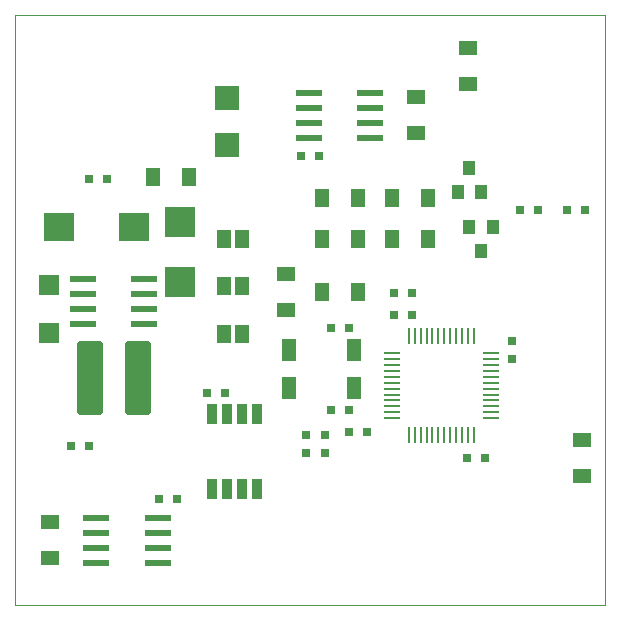
<source format=gtp>
G75*
%MOIN*%
%OFA0B0*%
%FSLAX24Y24*%
%IPPOS*%
%LPD*%
%AMOC8*
5,1,8,0,0,1.08239X$1,22.5*
%
%ADD10C,0.0000*%
%ADD11R,0.0580X0.0110*%
%ADD12R,0.0110X0.0580*%
%ADD13R,0.0866X0.0236*%
%ADD14R,0.1024X0.0945*%
%ADD15R,0.0984X0.1004*%
%ADD16R,0.0787X0.0787*%
%ADD17R,0.0315X0.0315*%
%ADD18C,0.0217*%
%ADD19R,0.0669X0.0709*%
%ADD20R,0.0512X0.0630*%
%ADD21R,0.0630X0.0512*%
%ADD22R,0.0512X0.0748*%
%ADD23R,0.0320X0.0660*%
%ADD24R,0.0394X0.0472*%
%ADD25R,0.0460X0.0630*%
D10*
X000500Y000500D02*
X000500Y020185D01*
X020185Y020185D01*
X020185Y000500D01*
X000500Y000500D01*
X000500Y020185D01*
X020185Y020185D01*
X020185Y000500D01*
X000500Y000500D01*
D11*
X013064Y006739D03*
X013064Y006929D03*
X013064Y007129D03*
X013064Y007329D03*
X013064Y007519D03*
X013064Y007719D03*
X013064Y007919D03*
X013064Y008119D03*
X013064Y008309D03*
X013064Y008509D03*
X013064Y008709D03*
X013064Y008899D03*
X016384Y008899D03*
X016384Y008709D03*
X016384Y008509D03*
X016384Y008309D03*
X016384Y008119D03*
X016384Y007919D03*
X016384Y007719D03*
X016384Y007519D03*
X016384Y007329D03*
X016384Y007129D03*
X016384Y006929D03*
X016384Y006739D03*
D12*
X015804Y006159D03*
X015614Y006159D03*
X015414Y006159D03*
X015214Y006159D03*
X015024Y006159D03*
X014824Y006159D03*
X014624Y006159D03*
X014424Y006159D03*
X014234Y006159D03*
X014034Y006159D03*
X013834Y006159D03*
X013644Y006159D03*
X013644Y009479D03*
X013834Y009479D03*
X014034Y009479D03*
X014234Y009479D03*
X014424Y009479D03*
X014624Y009479D03*
X014824Y009479D03*
X015024Y009479D03*
X015214Y009479D03*
X015414Y009479D03*
X015614Y009479D03*
X015804Y009479D03*
D13*
X012350Y016089D03*
X012350Y016589D03*
X012350Y017089D03*
X012350Y017589D03*
X010303Y017589D03*
X010303Y017089D03*
X010303Y016589D03*
X010303Y016089D03*
X004823Y011360D03*
X004823Y010860D03*
X004823Y010360D03*
X004823Y009860D03*
X002776Y009860D03*
X002776Y010360D03*
X002776Y010860D03*
X002776Y011360D03*
X003217Y003415D03*
X003217Y002915D03*
X003217Y002415D03*
X003217Y001915D03*
X005264Y001915D03*
X005264Y002415D03*
X005264Y002915D03*
X005264Y003415D03*
D14*
X004482Y013091D03*
X001982Y013091D03*
D15*
X006020Y013260D03*
X006020Y011260D03*
D16*
X007579Y015835D03*
X007579Y017409D03*
D17*
X010043Y015461D03*
X010643Y015461D03*
X013125Y010906D03*
X013725Y010906D03*
X013749Y010181D03*
X013149Y010181D03*
X011627Y009752D03*
X011027Y009752D03*
X011027Y006996D03*
X011627Y006996D03*
X011641Y006280D03*
X012241Y006280D03*
X010854Y006186D03*
X010854Y005586D03*
X010197Y005570D03*
X010197Y006170D03*
X007493Y007587D03*
X006893Y007587D03*
X005918Y004043D03*
X005318Y004043D03*
X002965Y005815D03*
X002365Y005815D03*
X002960Y014724D03*
X003560Y014724D03*
X015578Y005413D03*
X016178Y005413D03*
X017087Y008700D03*
X017087Y009300D03*
X017326Y013689D03*
X017926Y013689D03*
X018901Y013689D03*
X019501Y013689D03*
D18*
X004273Y009223D02*
X004273Y006959D01*
X004273Y009223D02*
X004923Y009223D01*
X004923Y006959D01*
X004273Y006959D01*
X004273Y007175D02*
X004923Y007175D01*
X004923Y007391D02*
X004273Y007391D01*
X004273Y007607D02*
X004923Y007607D01*
X004923Y007823D02*
X004273Y007823D01*
X004273Y008039D02*
X004923Y008039D01*
X004923Y008255D02*
X004273Y008255D01*
X004273Y008471D02*
X004923Y008471D01*
X004923Y008687D02*
X004273Y008687D01*
X004273Y008903D02*
X004923Y008903D01*
X004923Y009119D02*
X004273Y009119D01*
X003309Y009223D02*
X003309Y006959D01*
X002659Y006959D01*
X002659Y009223D01*
X003309Y009223D01*
X003309Y007175D02*
X002659Y007175D01*
X002659Y007391D02*
X003309Y007391D01*
X003309Y007607D02*
X002659Y007607D01*
X002659Y007823D02*
X003309Y007823D01*
X003309Y008039D02*
X002659Y008039D01*
X002659Y008255D02*
X003309Y008255D01*
X003309Y008471D02*
X002659Y008471D01*
X002659Y008687D02*
X003309Y008687D01*
X003309Y008903D02*
X002659Y008903D01*
X002659Y009119D02*
X003309Y009119D01*
D19*
X001646Y009559D03*
X001646Y011173D03*
D20*
X005101Y014783D03*
X006301Y014783D03*
X010727Y014083D03*
X011927Y014083D03*
X013089Y014083D03*
X014289Y014083D03*
X014289Y012705D03*
X013089Y012705D03*
X011927Y012705D03*
X010727Y012705D03*
X010727Y010933D03*
X011927Y010933D03*
D21*
X009555Y010333D03*
X009555Y011533D03*
X013886Y016239D03*
X013886Y017439D03*
X015606Y017888D03*
X015606Y019088D03*
X019398Y006021D03*
X019398Y004821D03*
X001681Y003265D03*
X001681Y002065D03*
D22*
X009654Y007744D03*
X009654Y009004D03*
X011819Y009004D03*
X011819Y007744D03*
D23*
X008587Y006868D03*
X008087Y006868D03*
X007587Y006868D03*
X007087Y006868D03*
X007087Y004368D03*
X007587Y004368D03*
X008087Y004368D03*
X008587Y004368D03*
D24*
X016051Y012311D03*
X015657Y013098D03*
X016445Y013098D03*
X016051Y014280D03*
X015264Y014280D03*
X015657Y015067D03*
D25*
X008083Y012705D03*
X007483Y012705D03*
X007483Y011130D03*
X008083Y011130D03*
X008083Y009555D03*
X007483Y009555D03*
M02*

</source>
